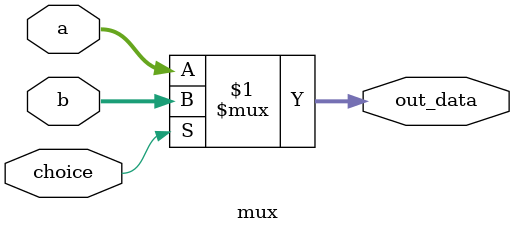
<source format=v>
`timescale 1ns / 1ps
module mux(
    input [31:0] a,
    input [31:0] b,
    input choice,
    output [31:0] out_data
    );
    assign out_data=(choice)?b:a;
endmodule

</source>
